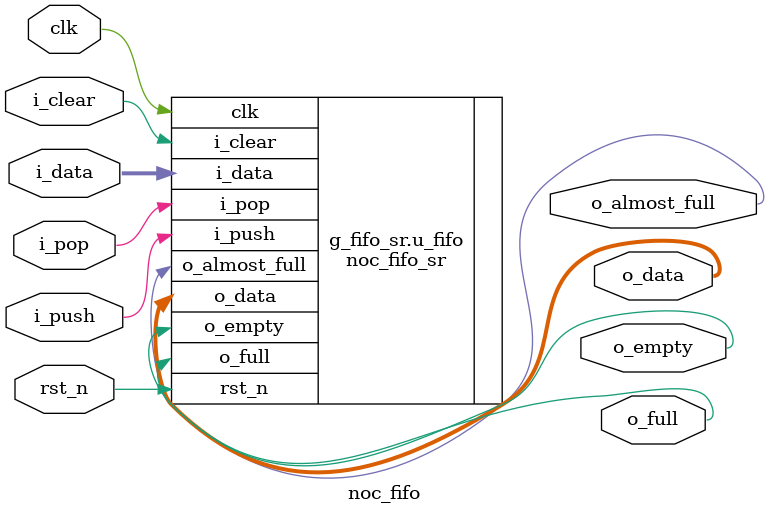
<source format=sv>
module noc_fifo #(
  parameter int WIDTH     = 8,
  parameter int DEPTH     = 8,
  parameter int THRESHOLD = DEPTH,
  parameter bit FIFO_MEM  = 0
)(
  input   logic             clk,
  input   logic             rst_n,
  input   logic             i_clear,
  output  logic             o_empty,
  output  logic             o_almost_full,
  output  logic             o_full,
  input   logic             i_push,
  input   logic [WIDTH-1:0] i_data,
  input   logic             i_pop,
  output  logic [WIDTH-1:0] o_data
);
  generate if (FIFO_MEM) begin : g_fifo_mem
    noc_fifo_mem #(
      .WIDTH      (WIDTH      ),
      .DEPTH      (DEPTH      ),
      .THRESHOLD  (THRESHOLD  )
    ) u_fifo (
      .clk            (clk           ),
      .rst_n          (rst_n         ),
      .i_clear        (i_clear       ),
      .o_empty        (o_empty       ),
      .o_almost_full  (o_almost_full ),
      .o_full         (o_full        ),
      .i_push         (i_push        ),
      .i_data         (i_data        ),
      .i_pop          (i_pop         ),
      .o_data         (o_data        )
    );
  end
  else begin : g_fifo_sr
    noc_fifo_sr #(
      .WIDTH      (WIDTH      ),
      .DEPTH      (DEPTH      ),
      .THRESHOLD  (THRESHOLD  )
    ) u_fifo (
      .clk            (clk           ),
      .rst_n          (rst_n         ),
      .i_clear        (i_clear       ),
      .o_empty        (o_empty       ),
      .o_almost_full  (o_almost_full ),
      .o_full         (o_full        ),
      .i_push         (i_push        ),
      .i_data         (i_data        ),
      .i_pop          (i_pop         ),
      .o_data         (o_data        )
    );
  end endgenerate
endmodule

</source>
